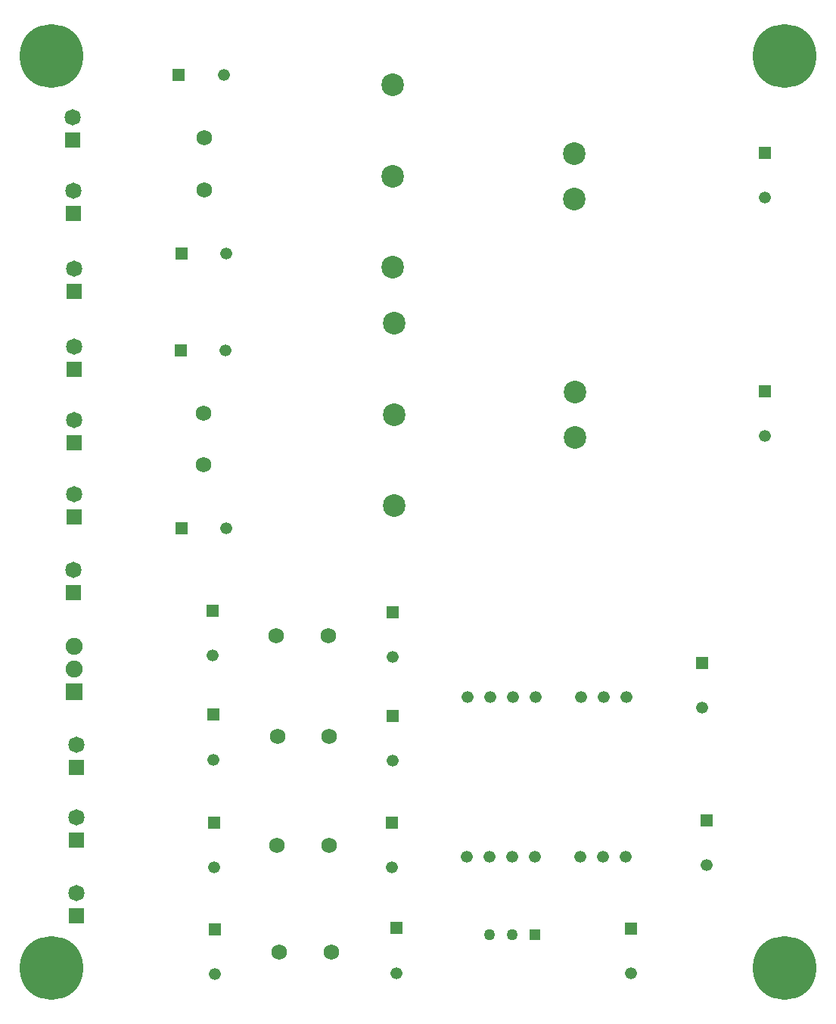
<source format=gbr>
%FSTAX23Y23*%
%MOIN*%
%SFA1B1*%

%IPPOS*%
%ADD36C,0.099606*%
%ADD37C,0.280708*%
%ADD38C,0.052362*%
%ADD39R,0.049606X0.049606*%
%ADD40C,0.049606*%
%ADD41R,0.052362X0.052362*%
%ADD42C,0.068110*%
%ADD43R,0.071653X0.071653*%
%ADD44C,0.071653*%
%ADD45R,0.075394X0.075394*%
%ADD46C,0.075394*%
%ADD47R,0.052362X0.052362*%
%LNpcb.psu.dcdc.001.a1_soldermask_bot-1*%
%LPD*%
G54D36*
X01664Y02594D03*
Y02192D03*
Y02996D03*
X02463Y02494D03*
Y02694D03*
X0166Y03643D03*
Y03242D03*
Y04045D03*
X02459Y03543D03*
Y03744D03*
G54D37*
X03385Y04173D03*
Y00157D03*
X00157D03*
Y04173D03*
G54D38*
X01986Y00645D03*
X02086D03*
X02186D03*
X02286D03*
X02486D03*
X02586D03*
X02686D03*
X01675Y00134D03*
X00871Y006D03*
X00869Y01074D03*
X033Y025D03*
X01988Y01349D03*
X02088D03*
X02188D03*
X02288D03*
X02488D03*
X02588D03*
X02688D03*
X033Y03548D03*
X00876Y00128D03*
X0271Y00132D03*
X01654Y00598D03*
X03043Y00608D03*
X00866Y01531D03*
X01659Y01069D03*
Y01526D03*
X03023Y01301D03*
X00926Y02094D03*
X00923Y02877D03*
X00925Y03303D03*
X00914Y0409D03*
G54D39*
X02284Y00301D03*
G54D40*
X02184Y00301D03*
X02084D03*
G54D41*
X01675Y00331D03*
X00871Y00797D03*
X00869Y01271D03*
X033Y02696D03*
Y03745D03*
X00876Y00325D03*
X0271Y00329D03*
X01654Y00795D03*
X03043Y00805D03*
X00866Y01728D03*
X01659Y01266D03*
Y01723D03*
X03023Y01498D03*
G54D42*
X0115Y00696D03*
X01378D03*
X00827Y02372D03*
Y026D03*
X00828Y03583D03*
Y03812D03*
X0138Y01175D03*
X01152D03*
X01146Y0162D03*
X01375D03*
X0116Y00227D03*
X01388D03*
G54D43*
X00254Y03137D03*
X0025Y03804D03*
X00253Y0348D03*
X00265Y00386D03*
X00253Y0181D03*
X00254Y02144D03*
X00256Y0247D03*
X00266Y00719D03*
X00264Y0104D03*
X00255Y02792D03*
G54D44*
X00254Y03237D03*
X0025Y03904D03*
X00253Y0358D03*
X00265Y00486D03*
X00253Y0191D03*
X00254Y02244D03*
X00256Y0257D03*
X00266Y00819D03*
X00264Y0114D03*
X00255Y02892D03*
G54D45*
X00257Y01372D03*
G54D46*
X00257Y01572D03*
Y01472D03*
G54D47*
X00729Y02094D03*
X00726Y02877D03*
X00728Y03303D03*
X00717Y0409D03*
M02*
</source>
